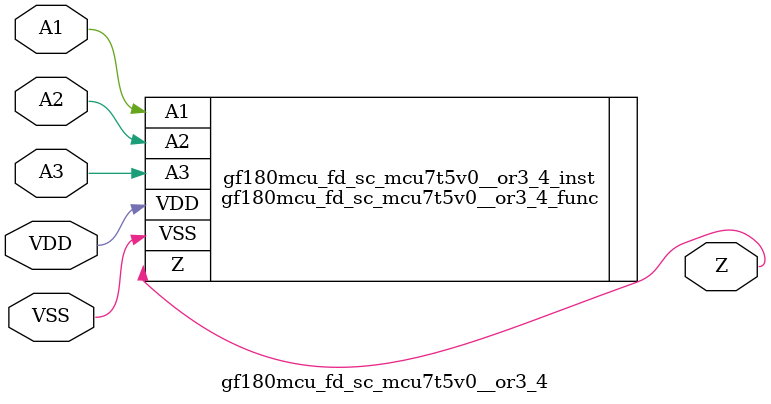
<source format=v>

module gf180mcu_fd_sc_mcu7t5v0__or3_4( A3, A2, A1, Z, VDD, VSS );
input A1, A2, A3;
inout VDD, VSS;
output Z;

   `ifdef FUNCTIONAL  //  functional //

	gf180mcu_fd_sc_mcu7t5v0__or3_4_func gf180mcu_fd_sc_mcu7t5v0__or3_4_behav_inst(.A3(A3),.A2(A2),.A1(A1),.Z(Z),.VDD(VDD),.VSS(VSS));

   `else

	gf180mcu_fd_sc_mcu7t5v0__or3_4_func gf180mcu_fd_sc_mcu7t5v0__or3_4_inst(.A3(A3),.A2(A2),.A1(A1),.Z(Z),.VDD(VDD),.VSS(VSS));

	// spec_gates_begin


	// spec_gates_end



   specify

	// specify_block_begin

	// comb arc A1 --> Z
	 (A1 => Z) = (1.0,1.0);

	// comb arc A2 --> Z
	 (A2 => Z) = (1.0,1.0);

	// comb arc A3 --> Z
	 (A3 => Z) = (1.0,1.0);

	// specify_block_end

   endspecify

   `endif

endmodule

</source>
